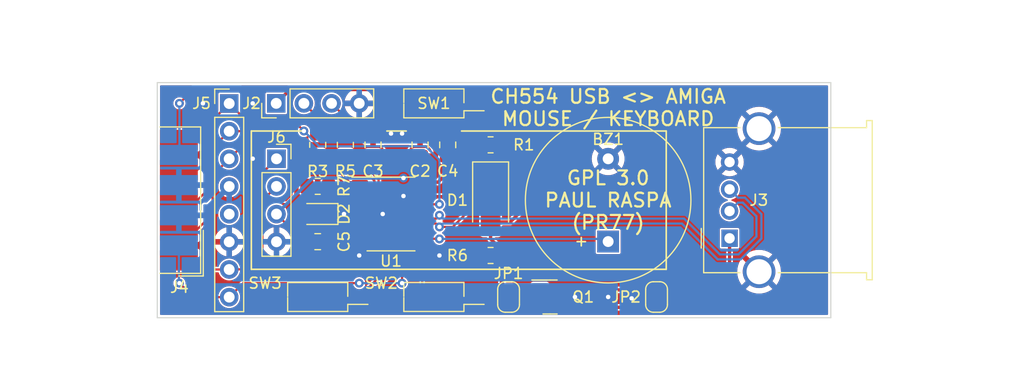
<source format=kicad_pcb>
(kicad_pcb (version 20221018) (generator pcbnew)
  (layers (0 "F.Cu" signal) (31 "B.Cu" signal) (34 "B.Paste" user) (35 "F.Paste" user) (36 "B.SilkS" user "B.Silkscreen") (37 "F.SilkS" user "F.Silkscreen") (38 "B.Mask" user) (39 "F.Mask" user) (44 "Edge.Cuts" user))
  (net 0 "")
  (net 1 "Net-(R1-Pad1)")
  (net 2 "/SERIAL_1_RX")
  (net 3 "Net-(J2-Pin_2)")
  (net 4 "Net-(J2-Pin_3)")
  (net 5 "/SERIAL_1_TX")
  (net 6 "GND")
  (net 7 "/HB_LED")
  (net 8 "Net-(D2-A)")
  (net 9 "VCC")
  (net 10 "+5V")
  (net 11 "/RESET")
  (net 12 "/QUAD_YA")
  (net 13 "/SDAT")
  (net 14 "/SCLK")
  (net 15 "/BOOTLOADER")
  (net 16 "/BUZZER")
  (net 18 "/BUTTON_LEFT")
  (net 19 "/BUTTON_RIGHT")
  (net 20 "+3V3")
  (net 21 "/KBCLOCK")
  (net 22 "/KBDATA")
  (net 23 "/KBRESET")
  (net 26 "/USB-")
  (net 27 "/USB+")
  (net 28 "VCOM")
  (footprint "LED_SMD:LED_0805_2012Metric_Pad1.15x1.40mm_HandSolder" (layer "F.Cu") (at 51.689 39.878 180)
    (fp_text reference "D2" (at -2.413 0 90) (layer "F.SilkS"))
    (fp_text value "LED")
    (pad "1" smd roundrect (at -1.025 0 180) (size 1.15 1.4) (layers "F.Cu" "F.Paste" "F.Mask") (roundrect_rratio 0.2173913043) (net 6 "GND"))
    (pad "2" smd roundrect (at 1.025 0 180) (size 1.15 1.4) (layers "F.Cu" "F.Paste" "F.Mask") (roundrect_rratio 0.2173913043) (net 8 "Net-(D2-A)"))
  )
  (footprint "Resistor_SMD:R_0805_2012Metric_Pad1.20x1.40mm_HandSolder" (layer "F.Cu") (at 54.229 33.528 -90)
    (fp_text reference "R5" (at 2.413 0 -180) (layer "F.SilkS"))
    (fp_text value "10R")
    (pad "1" smd roundrect (at -1 0 270) (size 1.2 1.4) (layers "F.Cu" "F.Paste" "F.Mask") (roundrect_rratio 0.2083333333) (net 4 "Net-(J2-Pin_3)"))
    (pad "2" smd roundrect (at 1 0 270) (size 1.2 1.4) (layers "F.Cu" "F.Paste" "F.Mask") (roundrect_rratio 0.2083333333) (net 5 "/SERIAL_1_TX"))
  )
  (footprint "Jumper:SolderJumper-2_P1.3mm_Open_RoundedPad1.0x1.5mm" (layer "F.Cu") (at 82.804 47.498 -90)
    (fp_text reference "JP2" (at 0 2.794) (layer "F.SilkS"))
    (fp_text value "5V")
    (pad "1" smd custom (at -0.65 0 270) (size 1 0.5) (layers "F.Cu" "F.Mask") (net 10 "+5V") (options (clearance outline) (anchor rect)) (primitives (gr_circle (center 0 0.25) (end 0.5 0.25) (width 0) (fill yes)) (gr_circle (center 0 -0.25) (end 0.5 -0.25) (width 0) (fill yes)) (gr_poly (pts (xy 0.5 0.75) (xy 0 0.75) (xy 0 -0.75) (xy 0.5 -0.75)) (width 0) (fill yes))))
    (pad "2" smd custom (at 0.65 0 270) (size 1 0.5) (layers "F.Cu" "F.Mask") (net 9 "VCC") (options (clearance outline) (anchor rect)) (primitives (gr_circle (center 0 0.25) (end 0.5 0.25) (width 0) (fill yes)) (gr_circle (center 0 -0.25) (end 0.5 -0.25) (width 0) (fill yes)) (gr_poly (pts (xy 0 0.75) (xy -0.5 0.75) (xy -0.5 -0.75) (xy 0 -0.75)) (width 0) (fill yes))))
  )
  (footprint "Button_Switch_SMD:SW_DIP_SPSTx01_Slide_Copal_CHS-01B_W7.62mm_P1.27mm" (layer "F.Cu") (at 51.689 47.498 180)
    (fp_text reference "SW3" (at 4.826 1.27) (layer "F.SilkS"))
    (fp_text value "SW_RESET")
    (pad "1" smd rect (at -3.81 0 180) (size 1.6 0.76) (layers "F.Cu" "F.Paste" "F.Mask") (net 11 "/RESET"))
    (pad "2" smd rect (at 3.81 0 180) (size 1.6 0.76) (layers "F.Cu" "F.Paste" "F.Mask") (net 9 "VCC"))
  )
  (footprint "Resistor_SMD:R_0805_2012Metric_Pad1.20x1.40mm_HandSolder" (layer "F.Cu") (at 67.564 33.528)
    (fp_text reference "R1" (at 3.048 0) (layer "F.SilkS"))
    (fp_text value "10K")
    (pad "1" smd roundrect (at -1 0) (size 1.2 1.4) (layers "F.Cu" "F.Paste" "F.Mask") (roundrect_rratio 0.2083333333) (net 1 "Net-(R1-Pad1)"))
    (pad "2" smd roundrect (at 1 0) (size 1.2 1.4) (layers "F.Cu" "F.Paste" "F.Mask") (roundrect_rratio 0.2083333333) (net 27 "/USB+"))
  )
  (footprint "Capacitor_SMD:C_0805_2012Metric_Pad1.18x1.45mm_HandSolder" (layer "F.Cu") (at 61.087 33.528 90)
    (fp_text reference "C2" (at -2.413 0 180) (layer "F.SilkS"))
    (fp_text value "100N")
    (pad "1" smd roundrect (at -1.0375 0 90) (size 1.175 1.45) (layers "F.Cu" "F.Paste" "F.Mask") (roundrect_rratio 0.2127659574) (net 9 "VCC"))
    (pad "2" smd roundrect (at 1.0375 0 90) (size 1.175 1.45) (layers "F.Cu" "F.Paste" "F.Mask") (roundrect_rratio 0.2127659574) (net 6 "GND"))
  )
  (footprint "Button_Switch_SMD:SW_DIP_SPSTx01_Slide_Copal_CHS-01B_W7.62mm_P1.27mm" (layer "F.Cu") (at 62.357 29.718 180)
    (fp_text reference "SW1" (at 0 0) (layer "F.SilkS"))
    (fp_text value "SW_BOOT")
    (pad "1" smd rect (at -3.81 0 180) (size 1.6 0.76) (layers "F.Cu" "F.Paste" "F.Mask") (net 1 "Net-(R1-Pad1)"))
    (pad "2" smd rect (at 3.81 0 180) (size 1.6 0.76) (layers "F.Cu" "F.Paste" "F.Mask") (net 20 "+3V3"))
  )
  (footprint "Package_SO:TSSOP-20_4.4x6.5mm_P0.65mm" (layer "F.Cu") (at 58.42 39.878)
    (fp_text reference "U1" (at 0 4.318) (layer "F.SilkS"))
    (fp_text value "CH554T")
    (pad "1" smd roundrect (at -2.8625 -2.925) (size 1.475 0.4) (layers "F.Cu" "F.Paste" "F.Mask") (net 21 "/KBCLOCK"))
    (pad "2" smd roundrect (at -2.8625 -2.275) (size 1.475 0.4) (layers "F.Cu" "F.Paste" "F.Mask") (net 22 "/KBDATA"))
    (pad "3" smd roundrect (at -2.8625 -1.625) (size 1.475 0.4) (layers "F.Cu" "F.Paste" "F.Mask") (net 7 "/HB_LED"))
    (pad "4" smd roundrect (at -2.8625 -0.975) (size 1.475 0.4) (layers "F.Cu" "F.Paste" "F.Mask") (net 2 "/SERIAL_1_RX"))
    (pad "5" smd roundrect (at -2.8625 -0.325) (size 1.475 0.4) (layers "F.Cu" "F.Paste" "F.Mask") (net 5 "/SERIAL_1_TX"))
    (pad "6" smd roundrect (at -2.8625 0.325) (size 1.475 0.4) (layers "F.Cu" "F.Paste" "F.Mask") (net 11 "/RESET"))
    (pad "7" smd roundrect (at -2.8625 0.975) (size 1.475 0.4) (layers "F.Cu" "F.Paste" "F.Mask") (net 23 "/KBRESET"))
    (pad "8" smd roundrect (at -2.8625 1.625) (size 1.475 0.4) (layers "F.Cu" "F.Paste" "F.Mask") (net 12 "/QUAD_YA"))
    (pad "9" smd roundrect (at -2.8625 2.275) (size 1.475 0.4) (layers "F.Cu" "F.Paste" "F.Mask") (net 13 "/SDAT"))
    (pad "10" smd roundrect (at -2.8625 2.925) (size 1.475 0.4) (layers "F.Cu" "F.Paste" "F.Mask") (net 14 "/SCLK"))
    (pad "11" smd roundrect (at 2.8625 2.925) (size 1.475 0.4) (layers "F.Cu" "F.Paste" "F.Mask") (net 15 "/BOOTLOADER"))
    (pad "12" smd roundrect (at 2.8625 2.275) (size 1.475 0.4) (layers "F.Cu" "F.Paste" "F.Mask") (net 16 "/BUZZER"))
    (pad "13" smd roundrect (at 2.8625 1.625) (size 1.475 0.4) (layers "F.Cu" "F.Paste" "F.Mask"))
    (pad "14" smd roundrect (at 2.8625 0.975) (size 1.475 0.4) (layers "F.Cu" "F.Paste" "F.Mask") (net 27 "/USB+"))
    (pad "15" smd roundrect (at 2.8625 0.325) (size 1.475 0.4) (layers "F.Cu" "F.Paste" "F.Mask") (net 26 "/USB-"))
    (pad "16" smd roundrect (at 2.8625 -0.325) (size 1.475 0.4) (layers "F.Cu" "F.Paste" "F.Mask") (net 18 "/BUTTON_LEFT"))
    (pad "17" smd roundrect (at 2.8625 -0.975) (size 1.475 0.4) (layers "F.Cu" "F.Paste" "F.Mask") (net 19 "/BUTTON_RIGHT"))
    (pad "18" smd roundrect (at 2.8625 -1.625) (size 1.475 0.4) (layers "F.Cu" "F.Paste" "F.Mask") (net 6 "GND"))
    (pad "19" smd roundrect (at 2.8625 -2.275) (size 1.475 0.4) (layers "F.Cu" "F.Paste" "F.Mask") (net 9 "VCC"))
    (pad "20" smd roundrect (at 2.8625 -2.925) (size 1.475 0.4) (layers "F.Cu" "F.Paste" "F.Mask") (net 20 "+3V3"))
  )
  (footprint "Capacitor_SMD:C_0805_2012Metric_Pad1.18x1.45mm_HandSolder" (layer "F.Cu") (at 63.627 33.528 90)
    (fp_text reference "C4" (at -2.413 0 180) (layer "F.SilkS"))
    (fp_text value "100N")
    (pad "1" smd roundrect (at -1.0375 0 90) (size 1.175 1.45) (layers "F.Cu" "F.Paste" "F.Mask") (roundrect_rratio 0.2127659574) (net 20 "+3V3"))
    (pad "2" smd roundrect (at 1.0375 0 90) (size 1.175 1.45) (layers "F.Cu" "F.Paste" "F.Mask") (roundrect_rratio 0.2127659574) (net 6 "GND"))
  )
  (footprint "Package_TO_SOT_SMD:SOT-23" (layer "F.Cu") (at 73.025 47.498)
    (fp_text reference "Q1" (at 3.048 0) (layer "F.SilkS"))
    (fp_text value "IRLML6402")
    (pad "1" smd roundrect (at -0.9375 -0.95) (size 1.475 0.6) (layers "F.Cu" "F.Paste" "F.Mask") (net 28 "VCOM"))
    (pad "2" smd roundrect (at -0.9375 0.95) (size 1.475 0.6) (layers "F.Cu" "F.Paste" "F.Mask") (net 9 "VCC"))
    (pad "3" smd roundrect (at 0.9375 0) (size 1.475 0.6) (layers "F.Cu" "F.Paste" "F.Mask") (net 10 "+5V"))
  )
  (footprint "Diode_SMD:D_SMA" (layer "F.Cu") (at 67.564 38.608 -90)
    (fp_text reference "D1" (at 0 3.048 -180) (layer "F.SilkS"))
    (fp_text value "SS16")
    (pad "1" smd roundrect (at -2 0 270) (size 2.5 1.8) (layers "F.Cu" "F.Paste" "F.Mask") (roundrect_rratio 0.1388888889) (net 9 "VCC"))
    (pad "2" smd roundrect (at 2 0 270) (size 2.5 1.8) (layers "F.Cu" "F.Paste" "F.Mask") (roundrect_rratio 0.1388888889) (net 28 "VCOM"))
  )
  (footprint "Resistor_SMD:R_0805_2012Metric_Pad1.20x1.40mm_HandSolder" (layer "F.Cu") (at 51.689 37.338 180)
    (fp_text reference "R7" (at -2.413 0 90) (layer "F.SilkS"))
    (fp_text value "1K")
    (pad "1" smd roundrect (at -1 0 180) (size 1.2 1.4) (layers "F.Cu" "F.Paste" "F.Mask") (roundrect_rratio 0.2083333333) (net 7 "/HB_LED"))
    (pad "2" smd roundrect (at 1 0 180) (size 1.2 1.4) (layers "F.Cu" "F.Paste" "F.Mask") (roundrect_rratio 0.2083333333) (net 8 "Net-(D2-A)"))
  )
  (footprint "Connector_PinSocket_2.54mm:PinSocket_1x04_P2.54mm_Vertical" (layer "F.Cu") (at 47.904 34.808)
    (fp_text reference "J6" (at 0.0004 -1.9912) (layer "F.SilkS"))
    (fp_text value "OLED")
    (pad "1" thru_hole rect (at 0 0) (size 1.7 1.7) (drill 1) (layers "*.Cu" "*.Mask") (net 14 "/SCLK"))
    (pad "2" thru_hole oval (at 0 2.54) (size 1.7 1.7) (drill 1) (layers "*.Cu" "*.Mask") (net 13 "/SDAT"))
    (pad "3" thru_hole oval (at 0 5.08) (size 1.7 1.7) (drill 1) (layers "*.Cu" "*.Mask") (net 9 "VCC"))
    (pad "4" thru_hole oval (at 0 7.62) (size 1.7 1.7) (drill 1) (layers "*.Cu" "*.Mask") (net 6 "GND"))
  )
  (footprint "Resistor_SMD:R_0805_2012Metric_Pad1.20x1.40mm_HandSolder" (layer "F.Cu") (at 67.564 43.688 180)
    (fp_text reference "R6" (at 3.048 0) (layer "F.SilkS"))
    (fp_text value "100K")
    (pad "1" smd roundrect (at -1 0 180) (size 1.2 1.4) (layers "F.Cu" "F.Paste" "F.Mask") (roundrect_rratio 0.2083333333) (net 28 "VCOM"))
    (pad "2" smd roundrect (at 1 0 180) (size 1.2 1.4) (layers "F.Cu" "F.Paste" "F.Mask") (roundrect_rratio 0.2083333333) (net 6 "GND"))
  )
  (footprint "Resistor_SMD:R_0805_2012Metric_Pad1.20x1.40mm_HandSolder" (layer "F.Cu") (at 51.689 33.528 90)
    (fp_text reference "R3" (at -2.4384 0 180) (layer "F.SilkS"))
    (fp_text value "10R")
    (pad "1" smd roundrect (at -1 0 90) (size 1.2 1.4) (layers "F.Cu" "F.Paste" "F.Mask") (roundrect_rratio 0.2083333333) (net 2 "/SERIAL_1_RX"))
    (pad "2" smd roundrect (at 1 0 90) (size 1.2 1.4) (layers "F.Cu" "F.Paste" "F.Mask") (roundrect_rratio 0.2083333333) (net 3 "Net-(J2-Pin_2)"))
  )
  (footprint "Capacitor_SMD:C_0805_2012Metric_Pad1.18x1.45mm_HandSolder" (layer "F.Cu") (at 51.689 42.418 180)
    (fp_text reference "C5" (at -2.413 0 90) (layer "F.SilkS"))
    (fp_text value "100N")
    (pad "1" smd roundrect (at -1.0375 0 180) (size 1.175 1.45) (layers "F.Cu" "F.Paste" "F.Mask") (roundrect_rratio 0.2127659574) (net 9 "VCC"))
    (pad "2" smd roundrect (at 1.0375 0 180) (size 1.175 1.45) (layers "F.Cu" "F.Paste" "F.Mask") (roundrect_rratio 0.2127659574) (net 6 "GND"))
  )
  (footprint "Jumper:SolderJumper-2_P1.3mm_Open_RoundedPad1.0x1.5mm" (layer "F.Cu") (at 69.215 47.498 -90)
    (fp_text reference "JP1" (at -2.159 0 -180) (layer "F.SilkS"))
    (fp_text value "VBUS")
    (pad "1" smd custom (at -0.65 0 270) (size 1 0.5) (layers "F.Cu" "F.Mask") (net 28 "VCOM") (options (clearance outline) (anchor rect)) (primitives (gr_circle (center 0 0.25) (end 0.5 0.25) (width 0) (fill yes)) (gr_circle (center 0 -0.25) (end 0.5 -0.25) (width 0) (fill yes)) (gr_poly (pts (xy 0.5 0.75) (xy 0 0.75) (xy 0 -0.75) (xy 0.5 -0.75)) (width 0) (fill yes))))
    (pad "2" smd custom (at 0.65 0 270) (size 1 0.5) (layers "F.Cu" "F.Mask") (net 9 "VCC") (options (clearance outline) (anchor rect)) (primitives (gr_circle (center 0 0.25) (end 0.5 0.25) (width 0) (fill yes)) (gr_circle (center 0 -0.25) (end 0.5 -0.25) (width 0) (fill yes)) (gr_poly (pts (xy 0 0.75) (xy -0.5 0.75) (xy -0.5 -0.75) (xy 0 -0.75)) (width 0) (fill yes))))
  )
  (footprint "Capacitor_SMD:C_0805_2012Metric_Pad1.18x1.45mm_HandSolder" (layer "F.Cu") (at 56.769 33.528 90)
    (fp_text reference "C3" (at -2.413 0 180) (layer "F.SilkS"))
    (fp_text value "100N")
    (pad "1" smd roundrect (at -1.0375 0 90) (size 1.175 1.45) (layers "F.Cu" "F.Paste" "F.Mask") (roundrect_rratio 0.2127659574) (net 9 "VCC"))
    (pad "2" smd roundrect (at 1.0375 0 90) (size 1.175 1.45) (layers "F.Cu" "F.Paste" "F.Mask") (roundrect_rratio 0.2127659574) (net 6 "GND"))
  )
  (footprint "Connector_PinHeader_2.54mm:PinHeader_1x04_P2.54mm_Vertical" (layer "F.Cu") (at 47.879 29.718 90)
    (fp_text reference "J2" (at 0 -2.2606 180) (layer "F.SilkS"))
    (fp_text value "Serial")
    (pad "1" thru_hole rect (at 0 0 90) (size 1.7 1.7) (drill 1) (layers "*.Cu" "*.Mask") (net 28 "VCOM"))
    (pad "2" thru_hole oval (at 0 2.54 90) (size 1.7 1.7) (drill 1) (layers "*.Cu" "*.Mask") (net 3 "Net-(J2-Pin_2)"))
    (pad "3" thru_hole oval (at 0 5.08 90) (size 1.7 1.7) (drill 1) (layers "*.Cu" "*.Mask") (net 4 "Net-(J2-Pin_3)"))
    (pad "4" thru_hole oval (at 0 7.62 90) (size 1.7 1.7) (drill 1) (layers "*.Cu" "*.Mask") (net 6 "GND"))
  )
  (footprint "Connector_Dsub:DSUB-9_Female_EdgeMount_P2.77mm" (layer "F.Cu") (at 38.9395 38.608 -90)
    (fp_text reference "J4" (at 8.001 -0.0495 -180) (layer "F.SilkS"))
    (fp_text value "AmigaMouse")
    (pad "1" smd rect (at 5.54 0 270) (size 1.846667 3.48) (layers "F.Cu" "F.Paste" "F.Mask") (net 12 "/QUAD_YA"))
    (pad "2" smd rect (at 2.77 0 270) (size 1.846667 3.48) (layers "F.Cu" "F.Paste" "F.Mask") (net 23 "/KBRESET"))
    (pad "3" smd rect (at 0 0 270) (size 1.846667 3.48) (layers "F.Cu" "F.Paste" "F.Mask") (net 22 "/KBDATA"))
    (pad "4" smd rect (at -2.77 0 270) (size 1.846667 3.48) (layers "F.Cu" "F.Paste" "F.Mask") (net 21 "/KBCLOCK"))
    (pad "5" smd rect (at -5.54 0 270) (size 1.846667 3.48) (layers "F.Cu" "F.Paste" "F.Mask"))
    (pad "6" smd rect (at 4.155 0 270) (size 1.846667 3.48) (layers "B.Cu" "B.Paste" "B.Mask") (net 18 "/BUTTON_LEFT"))
    (pad "7" smd rect (at 1.385 0 270) (size 1.846667 3.48) (layers "B.Cu" "B.Paste" "B.Mask") (net 10 "+5V"))
    (pad "8" smd rect (at -1.385 0 270) (size 1.846667 3.48) (layers "B.Cu" "B.Paste" "B.Mask") (net 6 "GND"))
    (pad "9" smd rect (at -4.155 0 270) (size 1.846667 3.48) (layers "B.Cu" "B.Paste" "B.Mask") (net 19 "/BUTTON_RIGHT"))
  )
  (footprint "Buzzer_Beeper:Buzzer_15x7.5RM7.6" (layer "F.Cu") (at 78.359 42.408 90)
    (fp_text reference "BZ1" (at 9.388 0 180) (layer "F.SilkS"))
    (fp_text value "Buzzer")
    (fp_text user "+" (at -0.01 -2.54 90) (layer "F.SilkS"))
    (pad "1" thru_hole rect (at 0 0 90) (size 2 2) (drill 1) (layers "*.Cu" "*.Mask") (net 16 "/BUZZER"))
    (pad "2" thru_hole circle (at 7.6 0 90) (size 2 2) (drill 1) (layers "*.Cu" "*.Mask") (net 6 "GND"))
  )
  (footprint "Button_Switch_SMD:SW_DIP_SPSTx01_Slide_Copal_CHS-01B_W7.62mm_P1.27mm" (layer "F.Cu") (at 62.357 47.498 180)
    (fp_text reference "SW2" (at 4.826 1.27) (layer "F.SilkS"))
    (fp_text value "SW_BOOTLOADER")
    (pad "1" smd rect (at -3.81 0 180) (size 1.6 0.76) (layers "F.Cu" "F.Paste" "F.Mask") (net 6 "GND"))
    (pad "2" smd rect (at 3.81 0 180) (size 1.6 0.76) (layers "F.Cu" "F.Paste" "F.Mask") (net 15 "/BOOTLOADER"))
  )
  (footprint "Connector_USB:USB_A_Molex_67643_Horizontal" (layer "F.Cu") (at 89.509 42.108 90)
    (fp_text reference "J3" (at 3.5 2.693 180) (layer "F.SilkS"))
    (fp_text value "USB_A")
    (pad "1" thru_hole rect (at 0 0 90) (size 1.6 1.5) (drill 0.95) (layers "*.Cu" "*.Mask") (net 9 "VCC"))
    (pad "2" thru_hole circle (at 2.5 0 90) (size 1.6 1.6) (drill 0.95) (layers "*.Cu" "*.Mask") (net 26 "/USB-"))
    (pad "3" thru_hole circle (at 4.5 0 90) (size 1.6 1.6) (drill 0.95) (layers "*.Cu" "*.Mask") (net 27 "/USB+"))
    (pad "4" thru_hole circle (at 7 0 90) (size 1.6 1.6) (drill 0.95) (layers "*.Cu" "*.Mask") (net 6 "GND"))
    (pad "5" thru_hole circle (at -3.07 2.71 90) (size 3 3) (drill 2.3) (layers "*.Cu" "*.Mask") (net 6 "GND"))
    (pad "5" thru_hole circle (at 10.07 2.71 90) (size 3 3) (drill 2.3) (layers "*.Cu" "*.Mask") (net 6 "GND"))
  )
  (footprint "Connector_PinHeader_2.54mm:PinHeader_1x08_P2.54mm_Vertical" (layer "F.Cu") (at 43.561 29.733)
    (fp_text reference "J5" (at -2.54 -0.015) (layer "F.SilkS"))
    (fp_text value "AmigaKeyboard")
    (pad "1" thru_hole rect (at 0 0) (size 1.7 1.7) (drill 1) (layers "*.Cu" "*.Mask") (net 21 "/KBCLOCK"))
    (pad "2" thru_hole oval (at 0 2.54) (size 1.7 1.7) (drill 1) (layers "*.Cu" "*.Mask") (net 22 "/KBDATA"))
    (pad "3" thru_hole oval (at 0 5.08) (size 1.7 1.7) (drill 1) (layers "*.Cu" "*.Mask") (net 23 "/KBRESET"))
    (pad "4" thru_hole oval (at 0 7.62) (size 1.7 1.7) (drill 1) (layers "*.Cu" "*.Mask") (net 10 "+5V"))
    (pad "5" thru_hole oval (at 0 10.16) (size 1.7 1.7) (drill 1) (layers "*.Cu" "*.Mask"))
    (pad "6" thru_hole oval (at 0 12.7) (size 1.7 1.7) (drill 1) (layers "*.Cu" "*.Mask") (net 6 "GND"))
    (pad "7" thru_hole oval (at 0 15.24) (size 1.7 1.7) (drill 1) (layers "*.Cu" "*.Mask") (net 12 "/QUAD_YA"))
    (pad "8" thru_hole oval (at 0 17.78) (size 1.7 1.7) (drill 1) (layers "*.Cu" "*.Mask") (net 18 "/BUTTON_LEFT"))
  )
  (gr_line (start 59.817 32.258) (end 58.039 32.258) (stroke (width 0.15)) (layer "F.SilkS"))
  (gr_line (start 50.419 32.258) (end 45.593 32.258) (stroke (width 0.15)) (layer "F.SilkS"))
  (gr_line (start 45.593 32.258) (end 45.593 44.958) (stroke (width 0.15)) (layer "F.SilkS"))
  (gr_line (start 45.593 44.958) (end 83.693 44.958) (stroke (width 0.15)) (layer "F.SilkS"))
  (gr_line (start 83.693 44.958) (end 83.693 32.258) (stroke (width 0.15)) (layer "F.SilkS"))
  (gr_line (start 83.693 32.258) (end 64.897 32.258) (stroke (width 0.15)) (layer "F.SilkS"))
  (gr_line (start 98.806 27.813) (end 36.957 27.813) (stroke (width 0.1)) (layer "Edge.Cuts"))
  (gr_line (start 98.806 49.403) (end 98.806 27.813) (stroke (width 0.1)) (layer "Edge.Cuts"))
  (gr_line (start 36.957 49.403) (end 98.806 49.403) (stroke (width 0.1)) (layer "Edge.Cuts"))
  (gr_line (start 36.957 27.813) (end 36.957 49.403) (stroke (width 0.1)) (layer "Edge.Cuts"))
  (gr_text "GPL 3.0\nPAUL RASPA\n(PR77)" (at 78.359 41.402) (layer "F.SilkS") (effects (font (size 1.27 1.27) (thickness 0.2032)) (justify bottom)))
  (gr_text "CH554 USB <> AMIGA\nMOUSE / KEYBOARD" (at 78.359 31.877) (layer "F.SilkS") (effects (font (size 1.27 1.27) (thickness 0.2032)) (justify bottom)))
  (segment (start 66.564 33.528) (end 66.564 30.115) (width 0.2032) (layer "F.Cu") (net 1))
  (segment (start 66.564 30.115) (end 66.167 29.718) (width 0.2032) (layer "F.Cu") (net 1))
  (segment (start 53.848 35.56) (end 52.721 35.56) (width 0.2032) (layer "F.Cu") (net 2))
  (segment (start 56.601 38.903) (end 55.5575 38.903) (width 0.2032) (layer "F.Cu") (net 2))
  (segment (start 52.721 35.56) (end 51.689 34.528) (width 0.2032) (layer "F.Cu") (net 2))
  (segment (start 56.388 36.322) (end 56.896 36.83) (width 0.2032) (layer "F.Cu") (net 2))
  (segment (start 56.896 36.83) (end 56.896 38.608) (width 0.2032) (layer "F.Cu") (net 2))
  (segment (start 54.61 36.322) (end 53.848 35.56) (width 0.2032) (layer "F.Cu") (net 2))
  (segment (start 56.388 36.322) (end 54.61 36.322) (width 0.2032) (layer "F.Cu") (net 2))
  (segment (start 56.896 38.608) (end 56.601 38.903) (width 0.2032) (layer "F.Cu") (net 2))
  (segment (start 51.689 32.528) (end 51.689 30.988) (width 0.2032) (layer "F.Cu") (net 3))
  (segment (start 51.689 30.988) (end 50.419 29.718) (width 0.2032) (layer "F.Cu") (net 3))
  (segment (start 54.229 32.528) (end 54.229 30.988) (width 0.2032) (layer "F.Cu") (net 4))
  (segment (start 54.229 30.988) (end 52.959 29.718) (width 0.2032) (layer "F.Cu") (net 4))
  (segment (start 57.277 38.862) (end 56.586 39.553) (width 0.2032) (layer "F.Cu") (net 5))
  (segment (start 54.229 34.528) (end 54.229 35.433) (width 0.2032) (layer "F.Cu") (net 5))
  (segment (start 54.737 35.941) (end 56.515 35.941) (width 0.2032) (layer "F.Cu") (net 5))
  (segment (start 54.229 35.433) (end 54.737 35.941) (width 0.2032) (layer "F.Cu") (net 5))
  (segment (start 56.586 39.553) (end 55.5575 39.553) (width 0.2032) (layer "F.Cu") (net 5))
  (segment (start 57.277 36.703) (end 57.277 38.862) (width 0.2032) (layer "F.Cu") (net 5))
  (segment (start 56.515 35.941) (end 57.277 36.703) (width 0.2032) (layer "F.Cu") (net 5))
  (segment (start 56.769 32.4905) (end 58.42 32.4905) (width 0.3048) (layer "F.Cu") (net 6))
  (segment (start 56.896 29.718) (end 55.499 29.718) (width 0.3048) (layer "F.Cu") (net 6))
  (segment (start 57.023 29.845) (end 56.896 29.718) (width 0.3048) (layer "F.Cu") (net 6))
  (segment (start 57.023 30.734) (end 57.023 29.845) (width 0.3048) (layer "F.Cu") (net 6))
  (segment (start 58.42 32.4905) (end 59.436 32.4905) (width 0.3048) (layer "F.Cu") (net 6))
  (segment (start 66.564 43.688) (end 62.865 43.688) (width 0.3048) (layer "F.Cu") (net 6))
  (segment (start 59.436 32.4905) (end 61.087 32.4905) (width 0.3048) (layer "F.Cu") (net 6))
  (segment (start 66.564 47.101) (end 66.167 47.498) (width 0.3048) (layer "F.Cu") (net 6))
  (segment (start 47.904 42.428) (end 50.6415 42.428) (width 0.2032) (layer "F.Cu") (net 6))
  (segment (start 59.589 38.253) (end 59.563 38.227) (width 0.3048) (layer "F.Cu") (net 6))
  (segment (start 56.769 30.988) (end 57.023 30.734) (width 0.3048) (layer "F.Cu") (net 6))
  (segment (start 66.564 43.688) (end 66.564 47.101) (width 0.3048) (layer "F.Cu") (net 6))
  (segment (start 52.714 39.878) (end 54.102 39.878) (width 0.2032) (layer "F.Cu") (net 6))
  (segment (start 56.769 32.4905) (end 56.769 30.988) (width 0.3048) (layer "F.Cu") (net 6))
  (segment (start 61.2825 38.253) (end 59.589 38.253) (width 0.3048) (layer "F.Cu") (net 6))
  (segment (start 61.087 32.4905) (end 63.627 32.4905) (width 0.3048) (layer "F.Cu") (net 6))
  (via (at 54.102 39.878) (size 0.8128) (drill 0.4064) (layers "F.Cu" "B.Cu") (net 6))
  (via (at 59.436 32.4905) (size 0.8128) (drill 0.4064) (layers "F.Cu" "B.Cu") (net 6))
  (via (at 80.518 47.625) (size 0.8128) (drill 0.4064) (layers "F.Cu" "B.Cu") (net 6))
  (via (at 57.658 39.878) (size 0.8128) (drill 0.4064) (layers "F.Cu" "B.Cu") (net 6))
  (via (at 45.72 29.718) (size 0.8128) (drill 0.4064) (layers "F.Cu" "B.Cu") (net 6))
  (via (at 62.865 43.688) (size 0.8128) (drill 0.4064) (layers "F.Cu" "B.Cu") (net 6))
  (via (at 59.563 38.227) (size 0.8128) (drill 0.4064) (layers "F.Cu" "B.Cu") (net 6))
  (via (at 41.148 29.718) (size 0.8128) (drill 0.4064) (layers "F.Cu" "B.Cu") (net 6))
  (via (at 55.499 43.688) (size 0.8128) (drill 0.4064) (layers "F.Cu" "B.Cu") (net 6))
  (via (at 45.72 34.798) (size 0.8128) (drill 0.4064) (layers "F.Cu" "B.Cu") (net 6))
  (via (at 58.42 32.4905) (size 0.8128) (drill 0.4064) (layers "F.Cu" "B.Cu") (net 6))
  (segment (start 55.499 43.688) (end 59.563 39.624) (width 0.3048) (layer "B.Cu") (net 6))
  (segment (start 43.566 42.428) (end 43.561 42.433) (width 0.3048) (layer "B.Cu") (net 6))
  (segment (start 80.274 32.893) (end 78.359 34.808) (width 0.3048) (layer "B.Cu") (net 6))
  (segment (start 85.471 32.893) (end 80.274 32.893) (width 0.3048) (layer "B.Cu") (net 6))
  (segment (start 41.275 29.845) (end 41.148 29.718) (width 0.3048) (layer "B.Cu") (net 6))
  (segment (start 82.56 30.607) (end 78.359 34.808) (width 0.3048) (layer "B.Cu") (net 6))
  (segment (start 64.262 45.085) (end 62.865 43.688) (width 0.3048) (layer "B.Cu") (net 6))
  (segment (start 45.72 34.798) (end 45.72 29.718) (width 0.3048) (layer "B.Cu") (net 6))
  (segment (start 92.219 45.178) (end 94.996 42.401) (width 0.3048) (layer "B.Cu") (net 6))
  (segment (start 90.788 30.607) (end 82.56 30.607) (width 0.3048) (layer "B.Cu") (net 6))
  (segment (start 45.72 34.798) (end 46.355 35.433) (width 0.3048) (layer "B.Cu") (net 6))
  (segment (start 62.865 43.688) (end 55.499 43.688) (width 0.3048) (layer "B.Cu") (net 6))
  (segment (start 47.904 42.428) (end 43.566 42.428) (width 0.3048) (layer "B.Cu") (net 6))
  (segment (start 44.45 36.068) (end 45.72 34.798) (width 0.3048) (layer "B.Cu") (net 6))
  (segment (start 38.9395 37.223) (end 41.644 37.223) (width 0.508) (layer "B.Cu") (net 6))
  (segment (start 87.294 32.893) (end 85.471 32.893) (width 0.3048) (layer "B.Cu") (net 6))
  (segment (start 41.644 37.223) (end 42.037 36.83) (width 0.3048) (layer "B.Cu") (net 6))
  (segment (start 42.037 36.068) (end 44.45 36.068) (width 0.3048) (layer "B.Cu") (net 6))
  (segment (start 89.772 47.625) (end 92.219 45.178) (width 0.3048) (layer "B.Cu") (net 6))
  (segment (start 46.619 42.428) (end 47.904 42.428) (width 0.3048) (layer "B.Cu") (net 6))
  (segment (start 47.904 42.428) (end 54.239 42.428) (width 0.3048) (layer "B.Cu") (net 6))
  (segment (start 92.854 45.178) (end 92.854 45.195) (width 0.3048) (layer "B.Cu") (net 6))
  (segment (start 59.563 39.624) (end 59.563 38.227) (width 0.3048) (layer "B.Cu") (net 6))
  (segment (start 94.996 34.815) (end 94.996 42.401) (width 0.3048) (layer "B.Cu") (net 6))
  (segment (start 46.355 35.433) (end 46.355 42.164) (width 0.3048) (layer "B.Cu") (net 6))
  (segment (start 92.219 32.038) (end 90.788 30.607) (width 0.3048) (layer "B.Cu") (net 6))
  (segment (start 80.518 47.625) (end 89.772 47.625) (width 0.3048) (layer "B.Cu") (net 6))
  (segment (start 55.499 41.275) (end 54.102 39.878) (width 0.3048) (layer "B.Cu") (net 6))
  (segment (start 42.037 30.607) (end 41.275 29.845) (width 0.3048) (layer "B.Cu") (net 6))
  (segment (start 92.219 32.038) (end 94.996 34.815) (width 0.3048) (layer "B.Cu") (net 6))
  (segment (start 80.518 46.355) (end 79.248 45.085) (width 0.3048) (layer "B.Cu") (net 6))
  (segment (start 54.102 39.878) (end 57.658 39.878) (width 0.3048) (layer "B.Cu") (net 6))
  (segment (start 79.248 45.085) (end 64.262 45.085) (width 0.3048) (layer "B.Cu") (net 6))
  (segment (start 80.518 47.625) (end 80.518 46.355) (width 0.3048) (layer "B.Cu") (net 6))
  (segment (start 42.037 36.83) (end 42.037 36.068) (width 0.3048) (layer "B.Cu") (net 6))
  (segment (start 55.499 41.275) (end 55.499 43.688) (width 0.3048) (layer "B.Cu") (net 6))
  (segment (start 46.355 42.164) (end 46.619 42.428) (width 0.3048) (layer "B.Cu") (net 6))
  (segment (start 89.509 35.108) (end 87.294 32.893) (width 0.3048) (layer "B.Cu") (net 6))
  (segment (start 42.037 36.068) (end 42.037 30.607) (width 0.3048) (layer "B.Cu") (net 6))
  (segment (start 55.499 29.718) (end 73.269 29.718) (width 0.3048) (layer "B.Cu") (net 6))
  (segment (start 54.239 42.428) (end 55.499 43.688) (width 0.3048) (layer "B.Cu") (net 6))
  (segment (start 73.269 29.718) (end 78.359 34.808) (width 0.3048) (layer "B.Cu") (net 6))
  (segment (start 52.689 37.338) (end 52.689 37.957) (width 0.2032) (layer "F.Cu") (net 7))
  (segment (start 54.509 38.253) (end 55.5575 38.253) (width 0.2032) (layer "F.Cu") (net 7))
  (segment (start 53.594 37.338) (end 54.509 38.253) (width 0.2032) (layer "F.Cu") (net 7))
  (segment (start 52.689 37.338) (end 53.594 37.338) (width 0.2032) (layer "F.Cu") (net 7))
  (segment (start 50.689 37.338) (end 50.689 39.853) (width 0.2032) (layer "F.Cu") (net 8))
  (segment (start 50.689 39.853) (end 50.664 39.878) (width 0.2032) (layer "F.Cu") (net 8))
  (segment (start 60.209 37.603) (end 59.563 36.957) (width 0.3048) (layer "F.Cu") (net 9))
  (segment (start 61.2825 37.603) (end 60.209 37.603) (width 0.3048) (layer "F.Cu") (net 9))
  (segment (start 57.023 46.736) (end 57.023 48.448) (width 0.3048) (layer "F.Cu") (net 9))
  (segment (start 58.42 45.339) (end 57.023 46.736) (width 0.3048) (layer "F.Cu") (net 9))
  (segment (start 85.791 48.448) (end 89.509 44.73) (width 0.3048) (layer "F.Cu") (net 9))
  (segment (start 59.944 36.195) (end 60.833 36.195) (width 0.3048) (layer "F.Cu") (net 9))
  (segment (start 56.896 48.448) (end 48.829 48.448) (width 0.3048) (layer "F.Cu") (net 9))
  (segment (start 85.791 48.448) (end 80.772 48.448) (width 0.3048) (layer "F.Cu") (net 9))
  (segment (start 56.769 34.5655) (end 61.087 34.5655) (width 0.3048) (layer "F.Cu") (net 9))
  (segment (start 60.833 36.195) (end 61.087 35.941) (width 0.3048) (layer "F.Cu") (net 9))
  (segment (start 72.0875 48.448) (end 57.023 48.448) (width 0.3048) (layer "F.Cu") (net 9))
  (segment (start 59.563 36.576) (end 58.42 37.719) (width 0.3048) (layer "F.Cu") (net 9))
  (segment (start 51.4565 41.148) (end 49.164 41.148) (width 0.2032) (layer "F.Cu") (net 9))
  (segment (start 49.164 41.148) (end 47.904 39.888) (width 0.2032) (layer "F.Cu") (net 9))
  (segment (start 57.023 48.448) (end 56.896 48.448) (width 0.3048) (layer "F.Cu") (net 9))
  (segment (start 80.772 48.448) (end 82.504 48.448) (width 0.3048) (layer "F.Cu") (net 9))
  (segment (start 69.515 48.448) (end 69.215 48.148) (width 0.3048) (layer "F.Cu") (net 9))
  (segment (start 72.0875 48.448) (end 69.515 48.448) (width 0.3048) (layer "F.Cu") (net 9))
  (segment (start 65.119 36.608) (end 67.564 36.608) (width 0.3048) (layer "F.Cu") (net 9))
  (segment (start 72.0875 48.448) (end 80.772 48.448) (width 0.3048) (layer "F.Cu") (net 9))
  (segment (start 64.124 37.603) (end 65.119 36.608) (width 0.3048) (layer "F.Cu") (net 9))
  (segment (start 59.563 36.576) (end 59.944 36.195) (width 0.3048) (layer "F.Cu") (net 9))
  (segment (start 52.7265 42.418) (end 51.4565 41.148) (width 0.2032) (layer "F.Cu") (net 9))
  (segment (start 61.087 35.941) (end 61.087 34.5655) (width 0.3048) (layer "F.Cu") (net 9))
  (segment (start 61.2825 37.603) (end 64.124 37.603) (width 0.3048) (layer "F.Cu") (net 9))
  (segment (start 82.504 48.448) (end 82.804 48.148) (width 0.3048) (layer "F.Cu") (net 9))
  (segment (start 48.829 48.448) (end 47.879 47.498) (width 0.3048) (layer "F.Cu") (net 9))
  (segment (start 58.42 37.719) (end 58.42 45.339) (width 0.3048) (layer "F.Cu") (net 9))
  (segment (start 89.509 44.73) (end 89.509 42.108) (width 0.3048) (layer "F.Cu") (net 9))
  (via (at 59.563 36.576) (size 0.8128) (drill 0.4064) (layers "F.Cu" "B.Cu") (net 9))
  (segment (start 51.216 36.576) (end 59.563 36.576) (width 0.3048) (layer "B.Cu") (net 9))
  (segment (start 47.904 39.888) (end 51.216 36.576) (width 0.3048) (layer "B.Cu") (net 9))
  (segment (start 78.359 47.498) (end 73.9625 47.498) (width 0.3048) (layer "F.Cu") (net 10))
  (segment (start 78.359 47.498) (end 79.009 46.848) (width 0.3048) (layer "F.Cu") (net 10))
  (segment (start 79.009 46.848) (end 82.804 46.848) (width 0.3048) (layer "F.Cu") (net 10))
  (via (at 75.311 47.498) (size 0.8128) (drill 0.4064) (layers "F.Cu" "B.Cu") (net 10))
  (via (at 78.359 47.498) (size 0.8128) (drill 0.4064) (layers "F.Cu" "B.Cu") (net 10))
  (segment (start 43.561 37.353) (end 41.783 39.131) (width 0.508) (layer "B.Cu") (net 10))
  (segment (start 38.9515 40.005) (end 38.9395 39.993) (width 0.3048) (layer "B.Cu") (net 10))
  (segment (start 78.359 47.498) (end 75.311 47.498) (width 0.3048) (layer "B.Cu") (net 10))
  (segment (start 41.783 48.133) (end 42.418 48.768) (width 0.3048) (layer "B.Cu") (net 10))
  (segment (start 42.418 48.768) (end 77.089 48.768) (width 0.3048) (layer "B.Cu") (net 10))
  (segment (start 41.783 40.005) (end 38.9515 40.005) (width 0.508) (layer "B.Cu") (net 10))
  (segment (start 41.783 40.005) (end 41.783 48.133) (width 0.3048) (layer "B.Cu") (net 10))
  (segment (start 41.783 39.131) (end 41.783 40.005) (width 0.508) (layer "B.Cu") (net 10))
  (segment (start 77.089 48.768) (end 78.359 47.498) (width 0.3048) (layer "B.Cu") (net 10))
  (segment (start 38.9395 39.993) (end 41.287 39.993) (width 0.3048) (layer "B.Cu") (net 10))
  (segment (start 57.277 45.72) (end 55.499 47.498) (width 0.2032) (layer "F.Cu") (net 11))
  (segment (start 55.5575 40.203) (end 56.586 40.203) (width 0.2032) (layer "F.Cu") (net 11))
  (segment (start 56.586 40.203) (end 57.277 40.894) (width 0.2032) (layer "F.Cu") (net 11))
  (segment (start 57.277 40.894) (end 57.277 45.72) (width 0.2032) (layer "F.Cu") (net 11))
  (segment (start 56.896 41.783) (end 56.896 44.323) (width 0.2032) (layer "F.Cu") (net 12))
  (segment (start 38.9395 44.148) (end 41.1 44.148) (width 0.2032) (layer "F.Cu") (net 12))
  (segment (start 56.896 44.323) (end 56.261 44.958) (width 0.2032) (layer "F.Cu") (net 12))
  (segment (start 56.261 44.958) (end 43.576 44.958) (width 0.2032) (layer "F.Cu") (net 12))
  (segment (start 55.5575 41.503) (end 56.616 41.503) (width 0.2032) (layer "F.Cu") (net 12))
  (segment (start 56.616 41.503) (end 56.896 41.783) (width 0.2032) (layer "F.Cu") (net 12))
  (segment (start 41.925 44.973) (end 43.561 44.973) (width 0.2032) (layer "F.Cu") (net 12))
  (segment (start 43.576 44.958) (end 43.561 44.973) (width 0.2032) (layer "F.Cu") (net 12))
  (segment (start 41.1 44.148) (end 41.925 44.973) (width 0.2032) (layer "F.Cu") (net 12))
  (segment (start 55.5575 42.153) (end 54.494 42.153) (width 0.2032) (layer "F.Cu") (net 13))
  (segment (start 54.102 43.307) (end 53.213 44.196) (width 0.2032) (layer "F.Cu") (net 13))
  (segment (start 46.228 43.307) (end 46.228 39.024) (width 0.2032) (layer "F.Cu") (net 13))
  (segment (start 54.102 42.545) (end 54.102 43.307) (width 0.2032) (layer "F.Cu") (net 13))
  (segment (start 47.117 44.196) (end 46.228 43.307) (width 0.2032) (layer "F.Cu") (net 13))
  (segment (start 53.213 44.196) (end 47.117 44.196) (width 0.2032) (layer "F.Cu") (net 13))
  (segment (start 54.494 42.153) (end 54.102 42.545) (width 0.2032) (layer "F.Cu") (net 13))
  (segment (start 46.228 39.024) (end 47.904 37.348) (width 0.2032) (layer "F.Cu") (net 13))
  (segment (start 54.483 43.434) (end 54.483 43.053) (width 0.2032) (layer "F.Cu") (net 14))
  (segment (start 46.99 44.577) (end 53.34 44.577) (width 0.2032) (layer "F.Cu") (net 14))
  (segment (start 54.733 42.803) (end 55.5575 42.803) (width 0.2032) (layer "F.Cu") (net 14))
  (segment (start 45.847 36.865) (end 45.847 43.434) (width 0.2032) (layer "F.Cu") (net 14))
  (segment (start 54.483 43.053) (end 54.733 42.803) (width 0.2032) (layer "F.Cu") (net 14))
  (segment (start 47.904 34.808) (end 45.847 36.865) (width 0.2032) (layer "F.Cu") (net 14))
  (segment (start 53.34 44.577) (end 54.483 43.434) (width 0.2032) (layer "F.Cu") (net 14))
  (segment (start 45.847 43.434) (end 46.99 44.577) (width 0.2032) (layer "F.Cu") (net 14))
  (segment (start 60.452 47.498) (end 58.547 47.498) (width 0.2032) (layer "F.Cu") (net 15))
  (segment (start 61.2825 46.6675) (end 60.452 47.498) (width 0.2032) (layer "F.Cu") (net 15))
  (segment (start 61.2825 42.803) (end 61.2825 46.6675) (width 0.2032) (layer "F.Cu") (net 15))
  (segment (start 62.854 42.153) (end 62.865 42.164) (width 0.2032) (layer "F.Cu") (net 16))
  (segment (start 61.2825 42.153) (end 62.854 42.153) (width 0.2032) (layer "F.Cu") (net 16))
  (via (at 62.865 42.164) (size 0.8128) (drill 0.4064) (layers "F.Cu" "B.Cu") (net 16))
  (segment (start 62.865 42.164) (end 78.115 42.164) (width 0.2032) (layer "B.Cu") (net 16))
  (segment (start 78.115 42.164) (end 78.359 42.408) (width 0.2032) (layer "B.Cu") (net 16))
  (segment (start 59.436 40.386) (end 60.269 39.553) (width 0.2032) (layer "F.Cu") (net 18))
  (segment (start 38.989 46.228) (end 40.274 47.513) (width 0.2032) (layer "F.Cu") (net 18))
  (segment (start 40.274 47.513) (end 43.561 47.513) (width 0.2032) (layer "F.Cu") (net 18))
  (segment (start 60.269 39.553) (end 61.2825 39.553) (width 0.2032) (layer "F.Cu") (net 18))
  (segment (start 59.436 46.228) (end 59.436 40.386) (width 0.2032) (layer "F.Cu") (net 18))
  (segment (start 43.561 47.513) (end 44.846 46.228) (width 0.2032) (layer "F.Cu") (net 18))
  (segment (start 44.846 46.228) (end 55.499 46.228) (width 0.2032) (layer "F.Cu") (net 18))
  (via (at 38.989 46.228) (size 0.8128) (drill 0.4064) (layers "F.Cu" "B.Cu") (net 18))
  (via (at 59.436 46.228) (size 0.8128) (drill 0.4064) (layers "F.Cu" "B.Cu") (net 18))
  (via (at 55.499 46.228) (size 0.8128) (drill 0.4064) (layers "F.Cu" "B.Cu") (net 18))
  (segment (start 59.436 46.228) (end 55.499 46.228) (width 0.2032) (layer "B.Cu") (net 18))
  (segment (start 38.9395 46.1785) (end 38.989 46.228) (width 0.2032) (layer "B.Cu") (net 18))
  (segment (start 38.9395 42.763) (end 38.9395 46.1785) (width 0.2032) (layer "B.Cu") (net 18))
  (segment (start 40.259 28.448) (end 38.989 29.718) (width 0.2032) (layer "F.Cu") (net 19))
  (segment (start 61.3685 38.989) (end 62.865 38.989) (width 0.2032) (layer "F.Cu") (net 19))
  (segment (start 44.958 28.829) (end 44.577 28.448) (width 0.2032) (layer "F.Cu") (net 19))
  (segment (start 61.2825 38.903) (end 61.3685 38.989) (width 0.2032) (layer "F.Cu") (net 19))
  (segment (start 50.419 32.258) (end 49.657 31.496) (width 0.2032) (layer "F.Cu") (net 19))
  (segment (start 49.657 31.496) (end 45.847 31.496) (width 0.2032) (layer "F.Cu") (net 19))
  (segment (start 45.847 31.496) (end 44.958 30.607) (width 0.2032) (layer "F.Cu") (net 19))
  (segment (start 44.577 28.448) (end 40.259 28.448) (width 0.2032) (layer "F.Cu") (net 19))
  (segment (start 44.958 30.607) (end 44.958 28.829) (width 0.2032) (layer "F.Cu") (net 19))
  (via (at 62.865 38.989) (size 0.8128) (drill 0.4064) (layers "F.Cu" "B.Cu") (net 19))
  (via (at 50.419 32.258) (size 0.8128) (drill 0.4064) (layers "F.Cu" "B.Cu") (net 19))
  (via (at 38.989 29.718) (size 0.8128) (drill 0.4064) (layers "F.Cu" "B.Cu") (net 19))
  (segment (start 51.816 33.655) (end 50.419 32.258) (width 0.2032) (layer "B.Cu") (net 19))
  (segment (start 38.9395 34.453) (end 38.989 34.4035) (width 0.2032) (layer "B.Cu") (net 19))
  (segment (start 52.578 33.655) (end 51.816 33.655) (width 0.2032) (layer "B.Cu") (net 19))
  (segment (start 62.865 34.925) (end 61.595 33.655) (width 0.2032) (layer "B.Cu") (net 19))
  (segment (start 38.989 34.4035) (end 38.989 29.718) (width 0.2032) (layer "B.Cu") (net 19))
  (segment (start 61.595 33.655) (end 52.578 33.655) (width 0.2032) (layer "B.Cu") (net 19))
  (segment (start 62.865 38.989) (end 62.865 34.925) (width 0.2032) (layer "B.Cu") (net 19))
  (segment (start 59.563 30.734) (end 64.516 30.734) (width 0.3048) (layer "F.Cu") (net 20))
  (segment (start 65.278 31.496) (end 65.278 32.9145) (width 0.3048) (layer "F.Cu") (net 20))
  (segment (start 63.627 36.068) (end 63.627 34.5655) (width 0.3048) (layer "F.Cu") (net 20))
  (segment (start 62.742 36.953) (end 63.627 36.068) (width 0.3048) (layer "F.Cu") (net 20))
  (segment (start 61.2825 36.953) (end 62.742 36.953) (width 0.3048) (layer "F.Cu") (net 20))
  (segment (start 65.278 32.9145) (end 63.627 34.5655) (width 0.3048) (layer "F.Cu") (net 20))
  (segment (start 58.547 29.718) (end 59.563 30.734) (width 0.3048) (layer "F.Cu") (net 20))
  (segment (start 64.516 30.734) (end 65.278 31.496) (width 0.3048) (layer "F.Cu") (net 20))
  (segment (start 54.600894 36.953) (end 55.5575 36.953) (width 0.2032) (layer "F.Cu") (net 21))
  (segment (start 49.022 31.877) (end 50.038 32.893) (width 0.2032) (layer "F.Cu") (net 21))
  (segment (start 41.275 35.179) (end 41.275 32.019) (width 0.2032) (layer "F.Cu") (net 21))
  (segment (start 40.616 35.838) (end 41.275 35.179) (width 0.2032) (layer "F.Cu") (net 21))
  (segment (start 38.9395 35.838) (end 40.616 35.838) (width 0.2032) (layer "F.Cu") (net 21))
  (segment (start 50.038 35.433) (end 50.546 35.941) (width 0.2032) (layer "F.Cu") (net 21))
  (segment (start 53.588894 35.941) (end 54.600894 36.953) (width 0.2032) (layer "F.Cu") (net 21))
  (segment (start 41.275 32.019) (end 43.561 29.733) (width 0.2032) (layer "F.Cu") (net 21))
  (segment (start 50.546 35.941) (end 53.588894 35.941) (width 0.2032) (layer "F.Cu") (net 21))
  (segment (start 50.038 32.893) (end 50.038 35.433) (width 0.2032) (layer "F.Cu") (net 21))
  (segment (start 43.561 29.733) (end 45.705 31.877) (width 0.2032) (layer "F.Cu") (net 21))
  (segment (start 45.705 31.877) (end 49.022 31.877) (width 0.2032) (layer "F.Cu") (net 21))
  (segment (start 41.656 37.592) (end 41.656 34.178) (width 0.2032) (layer "F.Cu") (net 22))
  (segment (start 38.9395 38.608) (end 40.64 38.608) (width 0.2032) (layer "F.Cu") (net 22))
  (segment (start 53.34 36.322) (end 50.292 36.322) (width 0.2032) (layer "F.Cu") (net 22))
  (segment (start 49.657 35.687) (end 49.657 33.02) (width 0.2032) (layer "F.Cu") (net 22))
  (segment (start 54.621 37.603) (end 53.34 36.322) (width 0.2032) (layer "F.Cu") (net 22))
  (segment (start 41.656 34.178) (end 43.561 32.273) (width 0.2032) (layer "F.Cu") (net 22))
  (segment (start 48.91 32.273) (end 43.561 32.273) (width 0.2032) (layer "F.Cu") (net 22))
  (segment (start 50.292 36.322) (end 49.657 35.687) (width 0.2032) (layer "F.Cu") (net 22))
  (segment (start 55.5575 37.603) (end 54.621 37.603) (width 0.2032) (layer "F.Cu") (net 22))
  (segment (start 40.64 38.608) (end 41.656 37.592) (width 0.2032) (layer "F.Cu") (net 22))
  (segment (start 49.657 33.02) (end 48.91 32.273) (width 0.2032) (layer "F.Cu") (net 22))
  (segment (start 47.244 38.608) (end 46.609 39.243) (width 0.2032) (layer "F.Cu") (net 23))
  (segment (start 53.721 41.402) (end 54.27 40.853) (width 0.2032) (layer "F.Cu") (net 23))
  (segment (start 48.768 32.639) (end 49.276 33.147) (width 0.2032) (layer "F.Cu") (net 23))
  (segment (start 43.561 34.813) (end 45.735 32.639) (width 0.2032) (layer "F.Cu") (net 23))
  (segment (start 40.537 41.378) (end 42.037 39.878) (width 0.2032) (layer "F.Cu") (net 23))
  (segment (start 49.276 33.147) (end 49.276 38.1) (width 0.2032) (layer "F.Cu") (net 23))
  (segment (start 54.27 40.853) (end 55.5575 40.853) (width 0.2032) (layer "F.Cu") (net 23))
  (segment (start 38.9395 41.378) (end 40.537 41.378) (width 0.2032) (layer "F.Cu") (net 23))
  (segment (start 53.086 43.815) (end 53.721 43.18) (width 0.2032) (layer "F.Cu") (net 23))
  (segment (start 42.037 36.337) (end 43.561 34.813) (width 0.2032) (layer "F.Cu") (net 23))
  (segment (start 47.244 43.815) (end 53.086 43.815) (width 0.2032) (layer "F.Cu") (net 23))
  (segment (start 53.721 43.18) (end 53.721 41.402) (width 0.2032) (layer "F.Cu") (net 23))
  (segment (start 46.609 43.18) (end 47.244 43.815) (width 0.2032) (layer "F.Cu") (net 23))
  (segment (start 42.037 39.878) (end 42.037 36.337) (width 0.2032) (layer "F.Cu") (net 23))
  (segment (start 45.735 32.639) (end 48.768 32.639) (width 0.2032) (layer "F.Cu") (net 23))
  (segment (start 49.276 38.1) (end 48.768 38.608) (width 0.2032) (layer "F.Cu") (net 23))
  (segment (start 48.768 38.608) (end 47.244 38.608) (width 0.2032) (layer "F.Cu") (net 23))
  (segment (start 46.609 39.243) (end 46.609 43.18) (width 0.2032) (layer "F.Cu") (net 23))
  (segment (start 62.560201 40.299399) (end 62.865 39.9946) (width 0.2032) (layer "F.Cu") (net 26))
  (segment (start 61.2825 40.203) (end 61.378899 40.299399) (width 0.2032) (layer "F.Cu") (net 26))
  (segment (start 61.378899 40.299399) (end 62.560201 40.299399) (width 0.2032) (layer "F.Cu") (net 26))
  (via (at 62.865 39.9946) (size 0.8128) (drill 0.4064) (layers "F.Cu" "B.Cu") (net 26))
  (segment (start 90.32931 43.5864) (end 91.9734 41.94231) (width 0.2032) (layer "B.Cu") (net 26))
  (segment (start 63.169799 40.299399) (end 85.326689 40.299399) (width 0.2032) (layer "B.Cu") (net 26))
  (segment (start 62.865 39.9946) (end 63.169799 40.299399) (width 0.2032) (layer "B.Cu") (net 26))
  (segment (start 90.280399 38.836601) (end 89.509 39.608) (width 0.2032) (layer "B.Cu") (net 26))
  (segment (start 91.9734 41.94231) (end 91.9734 40.083979) (width 0.2032) (layer "B.Cu") (net 26))
  (segment (start 91.9734 40.083979) (end 90.726022 38.836601) (width 0.2032) (layer "B.Cu") (net 26))
  (segment (start 88.61369 43.5864) (end 90.32931 43.5864) (width 0.2032) (layer "B.Cu") (net 26))
  (segment (start 90.726022 38.836601) (end 90.280399 38.836601) (width 0.2032) (layer "B.Cu") (net 26))
  (segment (start 85.326689 40.299399) (end 88.61369 43.5864) (width 0.2032) (layer "B.Cu") (net 26))
  (segment (start 61.2825 40.853) (end 61.378899 40.756601) (width 0.2032) (layer "F.Cu") (net 27))
  (segment (start 69.088 38.608) (end 69.723 37.973) (width 0.2032) (layer "F.Cu") (net 27))
  (segment (start 61.378899 40.756601) (end 62.560201 40.756601) (width 0.2032) (layer "F.Cu") (net 27))
  (segment (start 66.548 38.608) (end 67.437 38.608) (width 0.2032) (layer "F.Cu") (net 27))
  (segment (start 67.437 38.608) (end 69.088 38.608) (width 0.2032) (layer "F.Cu") (net 27))
  (segment (start 69.723 34.687) (end 68.564 33.528) (width 0.2032) (layer "F.Cu") (net 27))
  (segment (start 69.723 37.973) (end 69.723 34.687) (width 0.2032) (layer "F.Cu") (net 27))
  (segment (start 62.865 41.0614) (end 64.0946 41.0614) (width 0.2032) (layer "F.Cu") (net 27))
  (segment (start 62.560201 40.756601) (end 62.865 41.0614) (width 0.2032) (layer "F.Cu") (net 27))
  (segment (start 64.0946 41.0614) (end 66.548 38.608) (width 0.2032) (layer "F.Cu") (net 27))
  (via (at 62.865 41.0614) (size 0.8128) (drill 0.4064) (layers "F.Cu" "B.Cu") (net 27))
  (segment (start 63.169799 40.756601) (end 85.137311 40.756601) (width 0.2032) (layer "B.Cu") (net 27))
  (segment (start 92.4306 39.8946) (end 90.915399 38.379399) (width 0.2032) (layer "B.Cu") (net 27))
  (segment (start 85.137311 40.756601) (end 88.42431 44.0436) (width 0.2032) (layer "B.Cu") (net 27))
  (segment (start 92.4306 42.13169) (end 92.4306 39.8946) (width 0.2032) (layer "B.Cu") (net 27))
  (segment (start 90.915399 38.379399) (end 90.280399 38.379399) (width 0.2032) (layer "B.Cu") (net 27))
  (segment (start 90.280399 38.379399) (end 89.509 37.608) (width 0.2032) (layer "B.Cu") (net 27))
  (segment (start 90.51869 44.0436) (end 92.4306 42.13169) (width 0.2032) (layer "B.Cu") (net 27))
  (segment (start 88.42431 44.0436) (end 90.51869 44.0436) (width 0.2032) (layer "B.Cu") (net 27))
  (segment (start 62.865 41.0614) (end 63.169799 40.756601) (width 0.2032) (layer "B.Cu") (net 27))
  (segment (start 49.149 28.448) (end 68.961 28.448) (width 0.3048) (layer "F.Cu") (net 28))
  (segment (start 67.564 42.164) (end 67.564 40.608) (width 0.3048) (layer "F.Cu") (net 28))
  (segment (start 68.564 46.197) (end 69.215 46.848) (width 0.3048) (layer "F.Cu") (net 28))
  (segment (start 69.374 40.608) (end 67.564 40.608) (width 0.3048) (layer "F.Cu") (net 28))
  (segment (start 47.879 29.718) (end 49.149 28.448) (width 0.3048) (layer "F.Cu") (net 28))
  (segment (start 68.564 43.688) (end 68.564 46.197) (width 0.3048) (layer "F.Cu") (net 28))
  (segment (start 70.612 30.099) (end 70.612 39.37) (width 0.3048) (layer "F.Cu") (net 28))
  (segment (start 68.564 43.688) (end 68.564 43.164) (width 0.3048) (layer "F.Cu") (net 28))
  (segment (start 68.564 43.164) (end 67.564 42.164) (width 0.3048) (layer "F.Cu") (net 28))
  (segment (start 72.0875 46.548) (end 69.515 46.548) (width 0.3048) (layer "F.Cu") (net 28))
  (segment (start 68.961 28.448) (end 70.612 30.099) (width 0.3048) (layer "F.Cu") (net 28))
  (segment (start 70.612 39.37) (end 69.374 40.608) (width 0.3048) (layer "F.Cu") (net 28))
  (segment (start 69.515 46.548) (end 69.215 46.848) (width 0.3048) (layer "F.Cu") (net 28))
  (zone (net 9) (net_name "VCC") (layer "F.Cu") (name "VCC") (priority 1) (connect_pads (clearance 0.1524)) (min_thickness 0.1524) (fill yes (thermal_gap 0.508) (thermal_bridge_width 0.508))
    (polygon (pts (xy 55.753 33.528) (xy 69.469 33.528) (xy 69.469 37.973) (xy 55.753 37.973)))
  )
  (zone (net 6) (net_name "GND") (layer "F.Cu") (name "GND") (connect_pads (clearance 0.1524)) (min_thickness 0.1524) (fill yes (thermal_gap 0.508) (thermal_bridge_width 0.508))
    (polygon (pts (xy 37.211 28.067) (xy 98.552 28.067) (xy 98.552 49.149) (xy 37.211 49.149)))
  )
  (zone (net 6) (net_name "GND") (layer "B.Cu") (name "GND") (connect_pads (clearance 0.1524)) (min_thickness 0.1524) (fill yes (thermal_gap 0.508) (thermal_bridge_width 0.508))
    (polygon (pts (xy 37.211 28.067) (xy 37.211 49.149) (xy 98.552 49.149) (xy 98.552 28.067)))
  )
  (zone (net 10) (net_name "+5V") (layer "B.Cu") (name "+5V") (priority 1) (connect_pads (clearance 0.1524)) (min_thickness 0.1524) (fill yes (thermal_gap 0.508) (thermal_bridge_width 0.508))
    (polygon (pts (xy 37.211 38.989) (xy 39.8145 38.989) (xy 41.91 38.989) (xy 42.418 38.481) (xy 42.418 37.338) (xy 44.704 37.338) (xy 44.704 39.878) (xy 42.291 39.878) (xy 42.291 46.228) (xy 79.248 46.228) (xy 79.248 49.149) (xy 37.211 49.149)))
  )
)
</source>
